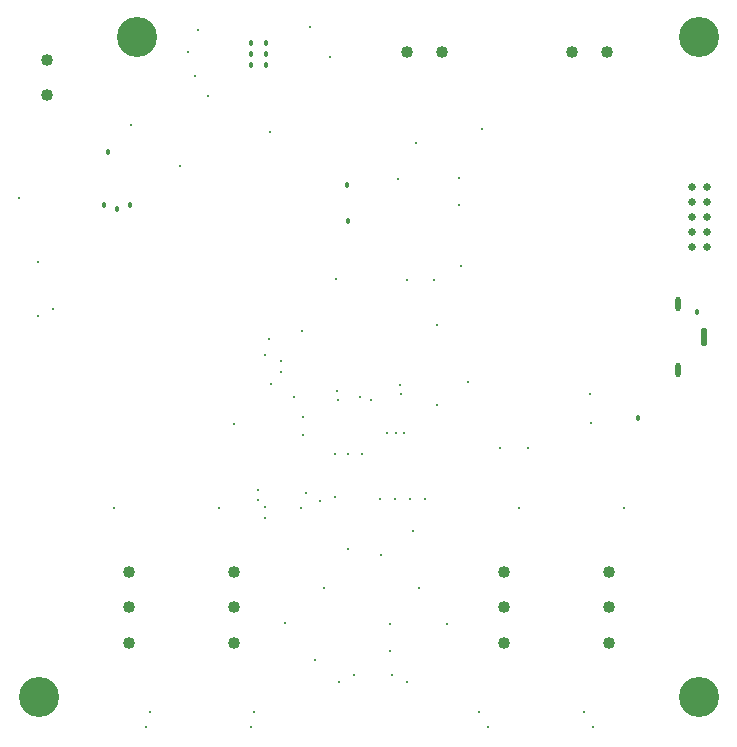
<source format=gbr>
%TF.GenerationSoftware,Altium Limited,Altium Designer,24.5.2 (23)*%
G04 Layer_Color=0*
%FSLAX45Y45*%
%MOMM*%
%TF.SameCoordinates,627A3E5C-85DC-498E-B9C8-82595492641C*%
%TF.FilePolarity,Positive*%
%TF.FileFunction,Plated,1,4,PTH,Drill*%
%TF.Part,Single*%
G01*
G75*
%TA.AperFunction,OtherDrill,Pad Free-MH (12.065mm,59.69mm)*%
%ADD93C,3.40000*%
%TA.AperFunction,ComponentDrill*%
%ADD94C,1.02000*%
%ADD95C,0.65000*%
%TA.AperFunction,OtherDrill,Pad Free-MH (59.69mm,59.69mm)*%
%ADD96C,3.40000*%
%TA.AperFunction,OtherDrill,Pad Free-MH (59.69mm,3.81mm)*%
%ADD97C,3.40000*%
%TA.AperFunction,OtherDrill,Pad Free-MH (3.81mm,3.81mm)*%
%ADD98C,3.40000*%
%TA.AperFunction,ComponentDrill*%
%ADD99C,1.02000*%
%ADD100O,0.50000X1.60000*%
%ADD101O,0.50000X1.20000*%
%TA.AperFunction,ViaDrill,NotFilled*%
%ADD102C,0.30000*%
%ADD103C,0.45720*%
D93*
X1206500Y5969000D02*
D03*
D94*
X2032000Y1443000D02*
D03*
Y1143000D02*
D03*
Y843000D02*
D03*
X444500Y5478500D02*
D03*
Y5778500D02*
D03*
X1143000Y1443000D02*
D03*
Y1143000D02*
D03*
Y843000D02*
D03*
X4318000Y1443000D02*
D03*
Y1143000D02*
D03*
Y843000D02*
D03*
X5207000Y843000D02*
D03*
Y1143000D02*
D03*
Y1443000D02*
D03*
D95*
X6032500Y4191000D02*
D03*
Y4318000D02*
D03*
Y4572000D02*
D03*
X6032500Y4699000D02*
D03*
X5905501Y4191000D02*
D03*
X5905500Y4318001D02*
D03*
X5905500Y4445000D02*
D03*
X5905500Y4572000D02*
D03*
Y4699000D02*
D03*
X6032500Y4445000D02*
D03*
D96*
X5969000Y5969000D02*
D03*
D97*
Y381000D02*
D03*
D98*
X381000D02*
D03*
D99*
X4889500Y5842000D02*
D03*
X5189500D02*
D03*
X3492500D02*
D03*
X3792500D02*
D03*
D100*
X6006600Y3429000D02*
D03*
D101*
X5791600Y3709000D02*
D03*
Y3149000D02*
D03*
D102*
X3543300Y1790700D02*
D03*
X2997200Y1638300D02*
D03*
X2346960Y3032760D02*
D03*
X1572260Y4884420D02*
D03*
X3568700Y5072380D02*
D03*
X3416300Y4767580D02*
D03*
X3098800Y2921000D02*
D03*
X3111500Y2438400D02*
D03*
X2882900D02*
D03*
X2997200D02*
D03*
X2598009Y1986280D02*
D03*
X3263900Y2057400D02*
D03*
X3517900D02*
D03*
X3644900D02*
D03*
X3441700Y2951480D02*
D03*
X3439160Y3030220D02*
D03*
X3187700Y2903220D02*
D03*
X2908300Y2898140D02*
D03*
X2905760Y2976880D02*
D03*
X2885440Y2080260D02*
D03*
X2758440Y2042160D02*
D03*
X2644140Y2113280D02*
D03*
X3954780Y4030980D02*
D03*
X1727200Y6032500D02*
D03*
X2717800Y698500D02*
D03*
X2895600Y3924300D02*
D03*
X3276600Y1587500D02*
D03*
X3594100Y1308100D02*
D03*
X4445000Y1981200D02*
D03*
X3492500Y3911600D02*
D03*
X3721100D02*
D03*
X495300Y3670300D02*
D03*
X368300Y3606800D02*
D03*
Y4064000D02*
D03*
X213360Y4610100D02*
D03*
X3746500Y3530600D02*
D03*
X2540000Y2921000D02*
D03*
X3390900Y2057400D02*
D03*
X2296160Y1899920D02*
D03*
Y1996440D02*
D03*
X2230120Y2052320D02*
D03*
Y2138680D02*
D03*
X2461260Y1010920D02*
D03*
X2611520Y2603500D02*
D03*
X3746500Y2860040D02*
D03*
X3472180Y2618740D02*
D03*
X3401060D02*
D03*
X3329940D02*
D03*
X2200040Y254000D02*
D03*
X1282700Y127000D02*
D03*
X1320800Y254000D02*
D03*
X2171700Y127000D02*
D03*
X3492500Y508000D02*
D03*
X3365500Y571500D02*
D03*
X3048000D02*
D03*
X2921000Y508000D02*
D03*
X4178300Y127000D02*
D03*
X5067300D02*
D03*
X4991100Y254000D02*
D03*
X4102100D02*
D03*
X3352800Y1003300D02*
D03*
Y774700D02*
D03*
X2794000Y1308100D02*
D03*
X3835400Y1003300D02*
D03*
X5334000Y1981200D02*
D03*
X1016000D02*
D03*
X1905000D02*
D03*
X4013200Y3053080D02*
D03*
X5054600Y2702560D02*
D03*
X5044440Y2951480D02*
D03*
X4521200Y2491740D02*
D03*
X4282440Y2496820D02*
D03*
X2616200Y2755900D02*
D03*
X3931920Y4780280D02*
D03*
Y4549140D02*
D03*
X4130040Y5196840D02*
D03*
X2029460Y2692400D02*
D03*
X2428240Y3134360D02*
D03*
X2294031Y3276600D02*
D03*
X2428240Y3225800D02*
D03*
X2324100Y3416300D02*
D03*
X2603500Y3482340D02*
D03*
X2331720Y5171440D02*
D03*
X2844800Y5803900D02*
D03*
X1699260Y5638800D02*
D03*
X2677160Y6057900D02*
D03*
X1160780Y5227320D02*
D03*
X1638300Y5842000D02*
D03*
X1808480Y5476240D02*
D03*
D103*
X5448300Y2743200D02*
D03*
X1148080Y4551680D02*
D03*
X5948680Y3647440D02*
D03*
X2989580Y4719320D02*
D03*
X960120Y4998720D02*
D03*
X1036320Y4516120D02*
D03*
X934052Y4551198D02*
D03*
X2992120Y4411980D02*
D03*
X2298700Y5925820D02*
D03*
X2171700Y5732780D02*
D03*
X2298700D02*
D03*
X2171700Y5829300D02*
D03*
X2298700D02*
D03*
X2171700Y5925820D02*
D03*
%TF.MD5,3d60a724008c3aea51ef3bcb8f64278f*%
M02*

</source>
